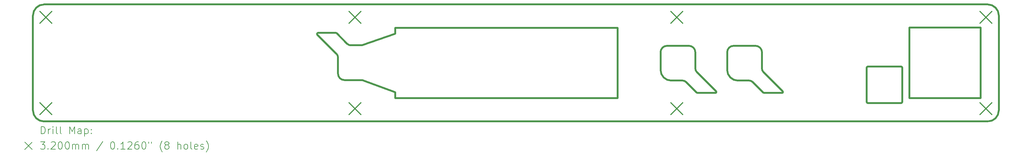
<source format=gbr>
%TF.GenerationSoftware,KiCad,Pcbnew,7.0.2-0*%
%TF.CreationDate,2023-05-18T01:17:25+02:00*%
%TF.ProjectId,LF,4c462e6b-6963-4616-945f-706362585858,rev?*%
%TF.SameCoordinates,PXfd9f08PY7735940*%
%TF.FileFunction,Drillmap*%
%TF.FilePolarity,Positive*%
%FSLAX45Y45*%
G04 Gerber Fmt 4.5, Leading zero omitted, Abs format (unit mm)*
G04 Created by KiCad (PCBNEW 7.0.2-0) date 2023-05-18 01:17:26*
%MOMM*%
%LPD*%
G01*
G04 APERTURE LIST*
%ADD10C,0.500000*%
%ADD11C,0.200000*%
%ADD12C,0.320000*%
G04 APERTURE END LIST*
D10*
X87868Y3111617D02*
G75*
G03*
X-257Y2899743I211226J-212120D01*
G01*
X23739730Y1499730D02*
X22810269Y1499730D01*
X22810269Y500270D02*
X22785260Y525270D01*
X9900000Y2560000D02*
X15980000Y2560000D01*
X8591086Y2121541D02*
G75*
G03*
X8688376Y2081267I96952J96559D01*
G01*
X-257Y299743D02*
X-257Y2899743D01*
X17444641Y1118233D02*
X17753942Y1118233D01*
X19265699Y1118233D02*
X19575000Y1118233D01*
X8997676Y2081267D02*
X8688376Y2081267D01*
X18104965Y1447274D02*
G75*
G03*
X18145236Y1349985I136534J-464D01*
G01*
X17154702Y1893379D02*
X17154702Y1408207D01*
X23764740Y525270D02*
X23764740Y1474730D01*
X26099740Y-257D02*
X299743Y-257D01*
X19926025Y1447274D02*
G75*
G03*
X19966294Y1349985I136563J-454D01*
G01*
X8337347Y1306121D02*
G75*
G03*
X8512504Y1130989I175351J219D01*
G01*
X17239717Y1203272D02*
G75*
G03*
X17444641Y1118233I204741J203948D01*
G01*
X18655110Y779443D02*
G75*
G03*
X18672886Y786815I-12J25147D01*
G01*
X17851230Y1077959D02*
G75*
G03*
X17753941Y1118233I-96952J-96559D01*
G01*
X26311614Y87868D02*
G75*
G03*
X26399740Y299743I-211207J212112D01*
G01*
X22810269Y500270D02*
X23739730Y500270D01*
X18672886Y822368D02*
X18145235Y1349985D01*
X23960000Y2570000D02*
X25900000Y2570000D01*
X17154699Y1408207D02*
G75*
G03*
X17239717Y1203272I289129J-157D01*
G01*
X23960000Y2570000D02*
X23960000Y640000D01*
X18104969Y1893379D02*
G75*
G03*
X17929813Y2068511I-175351J-219D01*
G01*
X18104962Y1447274D02*
X18104962Y1893379D01*
X8512500Y1130980D02*
X9000000Y1130980D01*
X299743Y3199743D02*
X26099740Y3199743D01*
X26399744Y2899743D02*
G75*
G03*
X26311615Y3111618I-298736J7D01*
G01*
X7769424Y2412697D02*
G75*
G03*
X7769427Y2377140I17824J-17777D01*
G01*
X26399740Y2899743D02*
X26399740Y299743D01*
X87869Y87869D02*
G75*
G03*
X299743Y-257I212119J211221D01*
G01*
X18142378Y786817D02*
G75*
G03*
X18160152Y779477I17780J17863D01*
G01*
X22785260Y1474730D02*
X22785260Y525270D01*
X9900000Y2400000D02*
X9900000Y2560000D01*
X18672888Y786813D02*
G75*
G03*
X18672886Y822368I-17860J17777D01*
G01*
X18975761Y1408207D02*
G75*
G03*
X19060776Y1203272I289087J-177D01*
G01*
X7787208Y2420059D02*
G75*
G03*
X7769431Y2412685I10J-25139D01*
G01*
X17929813Y2068511D02*
X17329815Y2068511D01*
X8299938Y2412683D02*
G75*
G03*
X8282164Y2420023I-17780J-17863D01*
G01*
X8997676Y2081267D02*
X9900000Y2400000D01*
X9900000Y640000D02*
X9900000Y800000D01*
X18975760Y1893379D02*
X18975760Y1408207D01*
X18655109Y779442D02*
X18160152Y779477D01*
X19750872Y2068511D02*
X19150874Y2068511D01*
X26311614Y3111617D02*
G75*
G03*
X26099740Y3199742I-212116J-211217D01*
G01*
X8591083Y2121531D02*
X8299938Y2412693D01*
X19926021Y1447274D02*
X19926021Y1893379D01*
X8337355Y1752226D02*
X8337355Y1306121D01*
X19672290Y1077960D02*
X19963435Y786815D01*
X20493946Y786813D02*
G75*
G03*
X20493945Y822368I-17858J17777D01*
G01*
X-257Y299743D02*
G75*
G03*
X87868Y87868I298755J-3D01*
G01*
X15980000Y2560000D02*
X15980000Y640000D01*
X17851231Y1077960D02*
X18142376Y786815D01*
X23739730Y500270D02*
X23764740Y525270D01*
X20493945Y822368D02*
X19966294Y1349985D01*
X8337372Y1752217D02*
G75*
G03*
X8297078Y1849506I-136434J483D01*
G01*
X15980000Y640000D02*
X9900000Y640000D01*
X19672290Y1077960D02*
G75*
G03*
X19575000Y1118233I-96952J-96560D01*
G01*
X25900000Y640000D02*
X23960000Y640000D01*
X22785260Y1474730D02*
X22810269Y1499730D01*
X19926029Y1893379D02*
G75*
G03*
X19750872Y2068511I-175361J-230D01*
G01*
X7769431Y2377132D02*
X8297082Y1849516D01*
X299743Y3199745D02*
G75*
G03*
X87868Y3111618I-5J-298745D01*
G01*
X20476168Y779442D02*
X19981211Y779477D01*
X23764740Y1474730D02*
X23739730Y1499730D01*
X25900000Y2570000D02*
X25900000Y640000D01*
X20476168Y779442D02*
G75*
G03*
X20493945Y786815I0J25118D01*
G01*
X7787208Y2420058D02*
X8282164Y2420024D01*
X19150874Y2068508D02*
G75*
G03*
X18975760Y1893379I204J-175318D01*
G01*
X26099740Y-257D02*
G75*
G03*
X26311615Y87868I-2J298767D01*
G01*
X19963433Y786813D02*
G75*
G03*
X19981211Y779477I17775J17867D01*
G01*
X17329816Y2068506D02*
G75*
G03*
X17154702Y1893379I202J-175316D01*
G01*
X19060777Y1203273D02*
G75*
G03*
X19265699Y1118233I204741J203947D01*
G01*
X9900000Y800000D02*
X9000000Y1130980D01*
D11*
D12*
X190000Y3010000D02*
X510000Y2690000D01*
X510000Y3010000D02*
X190000Y2690000D01*
X190000Y510000D02*
X510000Y190000D01*
X510000Y510000D02*
X190000Y190000D01*
X8640000Y3010000D02*
X8960000Y2690000D01*
X8960000Y3010000D02*
X8640000Y2690000D01*
X8640000Y510000D02*
X8960000Y190000D01*
X8960000Y510000D02*
X8640000Y190000D01*
X17440000Y3010000D02*
X17760000Y2690000D01*
X17760000Y3010000D02*
X17440000Y2690000D01*
X17440000Y512870D02*
X17760000Y192870D01*
X17760000Y512870D02*
X17440000Y192870D01*
X25890000Y3010000D02*
X26210000Y2690000D01*
X26210000Y3010000D02*
X25890000Y2690000D01*
X25890000Y510000D02*
X26210000Y190000D01*
X26210000Y510000D02*
X25890000Y190000D01*
D11*
X222362Y-337781D02*
X222362Y-137781D01*
X222362Y-137781D02*
X269981Y-137781D01*
X269981Y-137781D02*
X298552Y-147305D01*
X298552Y-147305D02*
X317600Y-166352D01*
X317600Y-166352D02*
X327124Y-185400D01*
X327124Y-185400D02*
X336647Y-223495D01*
X336647Y-223495D02*
X336647Y-252066D01*
X336647Y-252066D02*
X327124Y-290162D01*
X327124Y-290162D02*
X317600Y-309209D01*
X317600Y-309209D02*
X298552Y-328257D01*
X298552Y-328257D02*
X269981Y-337781D01*
X269981Y-337781D02*
X222362Y-337781D01*
X422362Y-337781D02*
X422362Y-204447D01*
X422362Y-242543D02*
X431885Y-223495D01*
X431885Y-223495D02*
X441409Y-213971D01*
X441409Y-213971D02*
X460457Y-204447D01*
X460457Y-204447D02*
X479505Y-204447D01*
X546171Y-337781D02*
X546171Y-204447D01*
X546171Y-137781D02*
X536647Y-147305D01*
X536647Y-147305D02*
X546171Y-156828D01*
X546171Y-156828D02*
X555695Y-147305D01*
X555695Y-147305D02*
X546171Y-137781D01*
X546171Y-137781D02*
X546171Y-156828D01*
X669981Y-337781D02*
X650933Y-328257D01*
X650933Y-328257D02*
X641409Y-309209D01*
X641409Y-309209D02*
X641409Y-137781D01*
X774743Y-337781D02*
X755695Y-328257D01*
X755695Y-328257D02*
X746171Y-309209D01*
X746171Y-309209D02*
X746171Y-137781D01*
X1003314Y-337781D02*
X1003314Y-137781D01*
X1003314Y-137781D02*
X1069981Y-280638D01*
X1069981Y-280638D02*
X1136647Y-137781D01*
X1136647Y-137781D02*
X1136647Y-337781D01*
X1317600Y-337781D02*
X1317600Y-233019D01*
X1317600Y-233019D02*
X1308076Y-213971D01*
X1308076Y-213971D02*
X1289028Y-204447D01*
X1289028Y-204447D02*
X1250933Y-204447D01*
X1250933Y-204447D02*
X1231886Y-213971D01*
X1317600Y-328257D02*
X1298552Y-337781D01*
X1298552Y-337781D02*
X1250933Y-337781D01*
X1250933Y-337781D02*
X1231886Y-328257D01*
X1231886Y-328257D02*
X1222362Y-309209D01*
X1222362Y-309209D02*
X1222362Y-290162D01*
X1222362Y-290162D02*
X1231886Y-271114D01*
X1231886Y-271114D02*
X1250933Y-261590D01*
X1250933Y-261590D02*
X1298552Y-261590D01*
X1298552Y-261590D02*
X1317600Y-252066D01*
X1412838Y-204447D02*
X1412838Y-404447D01*
X1412838Y-213971D02*
X1431885Y-204447D01*
X1431885Y-204447D02*
X1469981Y-204447D01*
X1469981Y-204447D02*
X1489028Y-213971D01*
X1489028Y-213971D02*
X1498552Y-223495D01*
X1498552Y-223495D02*
X1508076Y-242543D01*
X1508076Y-242543D02*
X1508076Y-299686D01*
X1508076Y-299686D02*
X1498552Y-318733D01*
X1498552Y-318733D02*
X1489028Y-328257D01*
X1489028Y-328257D02*
X1469981Y-337781D01*
X1469981Y-337781D02*
X1431885Y-337781D01*
X1431885Y-337781D02*
X1412838Y-328257D01*
X1593790Y-318733D02*
X1603314Y-328257D01*
X1603314Y-328257D02*
X1593790Y-337781D01*
X1593790Y-337781D02*
X1584266Y-328257D01*
X1584266Y-328257D02*
X1593790Y-318733D01*
X1593790Y-318733D02*
X1593790Y-337781D01*
X1593790Y-213971D02*
X1603314Y-223495D01*
X1603314Y-223495D02*
X1593790Y-233019D01*
X1593790Y-233019D02*
X1584266Y-223495D01*
X1584266Y-223495D02*
X1593790Y-213971D01*
X1593790Y-213971D02*
X1593790Y-233019D01*
X-225257Y-565257D02*
X-25257Y-765257D01*
X-25257Y-565257D02*
X-225257Y-765257D01*
X203314Y-557781D02*
X327124Y-557781D01*
X327124Y-557781D02*
X260457Y-633971D01*
X260457Y-633971D02*
X289028Y-633971D01*
X289028Y-633971D02*
X308076Y-643495D01*
X308076Y-643495D02*
X317600Y-653019D01*
X317600Y-653019D02*
X327124Y-672067D01*
X327124Y-672067D02*
X327124Y-719685D01*
X327124Y-719685D02*
X317600Y-738733D01*
X317600Y-738733D02*
X308076Y-748257D01*
X308076Y-748257D02*
X289028Y-757781D01*
X289028Y-757781D02*
X231885Y-757781D01*
X231885Y-757781D02*
X212838Y-748257D01*
X212838Y-748257D02*
X203314Y-738733D01*
X412838Y-738733D02*
X422362Y-748257D01*
X422362Y-748257D02*
X412838Y-757781D01*
X412838Y-757781D02*
X403314Y-748257D01*
X403314Y-748257D02*
X412838Y-738733D01*
X412838Y-738733D02*
X412838Y-757781D01*
X498552Y-576828D02*
X508076Y-567305D01*
X508076Y-567305D02*
X527124Y-557781D01*
X527124Y-557781D02*
X574743Y-557781D01*
X574743Y-557781D02*
X593790Y-567305D01*
X593790Y-567305D02*
X603314Y-576828D01*
X603314Y-576828D02*
X612838Y-595876D01*
X612838Y-595876D02*
X612838Y-614924D01*
X612838Y-614924D02*
X603314Y-643495D01*
X603314Y-643495D02*
X489028Y-757781D01*
X489028Y-757781D02*
X612838Y-757781D01*
X736647Y-557781D02*
X755695Y-557781D01*
X755695Y-557781D02*
X774743Y-567305D01*
X774743Y-567305D02*
X784266Y-576828D01*
X784266Y-576828D02*
X793790Y-595876D01*
X793790Y-595876D02*
X803314Y-633971D01*
X803314Y-633971D02*
X803314Y-681590D01*
X803314Y-681590D02*
X793790Y-719685D01*
X793790Y-719685D02*
X784266Y-738733D01*
X784266Y-738733D02*
X774743Y-748257D01*
X774743Y-748257D02*
X755695Y-757781D01*
X755695Y-757781D02*
X736647Y-757781D01*
X736647Y-757781D02*
X717600Y-748257D01*
X717600Y-748257D02*
X708076Y-738733D01*
X708076Y-738733D02*
X698552Y-719685D01*
X698552Y-719685D02*
X689028Y-681590D01*
X689028Y-681590D02*
X689028Y-633971D01*
X689028Y-633971D02*
X698552Y-595876D01*
X698552Y-595876D02*
X708076Y-576828D01*
X708076Y-576828D02*
X717600Y-567305D01*
X717600Y-567305D02*
X736647Y-557781D01*
X927124Y-557781D02*
X946171Y-557781D01*
X946171Y-557781D02*
X965219Y-567305D01*
X965219Y-567305D02*
X974743Y-576828D01*
X974743Y-576828D02*
X984266Y-595876D01*
X984266Y-595876D02*
X993790Y-633971D01*
X993790Y-633971D02*
X993790Y-681590D01*
X993790Y-681590D02*
X984266Y-719685D01*
X984266Y-719685D02*
X974743Y-738733D01*
X974743Y-738733D02*
X965219Y-748257D01*
X965219Y-748257D02*
X946171Y-757781D01*
X946171Y-757781D02*
X927124Y-757781D01*
X927124Y-757781D02*
X908076Y-748257D01*
X908076Y-748257D02*
X898552Y-738733D01*
X898552Y-738733D02*
X889028Y-719685D01*
X889028Y-719685D02*
X879505Y-681590D01*
X879505Y-681590D02*
X879505Y-633971D01*
X879505Y-633971D02*
X889028Y-595876D01*
X889028Y-595876D02*
X898552Y-576828D01*
X898552Y-576828D02*
X908076Y-567305D01*
X908076Y-567305D02*
X927124Y-557781D01*
X1079505Y-757781D02*
X1079505Y-624447D01*
X1079505Y-643495D02*
X1089028Y-633971D01*
X1089028Y-633971D02*
X1108076Y-624447D01*
X1108076Y-624447D02*
X1136648Y-624447D01*
X1136648Y-624447D02*
X1155695Y-633971D01*
X1155695Y-633971D02*
X1165219Y-653019D01*
X1165219Y-653019D02*
X1165219Y-757781D01*
X1165219Y-653019D02*
X1174743Y-633971D01*
X1174743Y-633971D02*
X1193790Y-624447D01*
X1193790Y-624447D02*
X1222362Y-624447D01*
X1222362Y-624447D02*
X1241409Y-633971D01*
X1241409Y-633971D02*
X1250933Y-653019D01*
X1250933Y-653019D02*
X1250933Y-757781D01*
X1346171Y-757781D02*
X1346171Y-624447D01*
X1346171Y-643495D02*
X1355695Y-633971D01*
X1355695Y-633971D02*
X1374743Y-624447D01*
X1374743Y-624447D02*
X1403314Y-624447D01*
X1403314Y-624447D02*
X1422362Y-633971D01*
X1422362Y-633971D02*
X1431886Y-653019D01*
X1431886Y-653019D02*
X1431886Y-757781D01*
X1431886Y-653019D02*
X1441409Y-633971D01*
X1441409Y-633971D02*
X1460457Y-624447D01*
X1460457Y-624447D02*
X1489028Y-624447D01*
X1489028Y-624447D02*
X1508076Y-633971D01*
X1508076Y-633971D02*
X1517600Y-653019D01*
X1517600Y-653019D02*
X1517600Y-757781D01*
X1908076Y-548257D02*
X1736648Y-805400D01*
X2165219Y-557781D02*
X2184267Y-557781D01*
X2184267Y-557781D02*
X2203314Y-567305D01*
X2203314Y-567305D02*
X2212838Y-576828D01*
X2212838Y-576828D02*
X2222362Y-595876D01*
X2222362Y-595876D02*
X2231886Y-633971D01*
X2231886Y-633971D02*
X2231886Y-681590D01*
X2231886Y-681590D02*
X2222362Y-719685D01*
X2222362Y-719685D02*
X2212838Y-738733D01*
X2212838Y-738733D02*
X2203314Y-748257D01*
X2203314Y-748257D02*
X2184267Y-757781D01*
X2184267Y-757781D02*
X2165219Y-757781D01*
X2165219Y-757781D02*
X2146171Y-748257D01*
X2146171Y-748257D02*
X2136648Y-738733D01*
X2136648Y-738733D02*
X2127124Y-719685D01*
X2127124Y-719685D02*
X2117600Y-681590D01*
X2117600Y-681590D02*
X2117600Y-633971D01*
X2117600Y-633971D02*
X2127124Y-595876D01*
X2127124Y-595876D02*
X2136648Y-576828D01*
X2136648Y-576828D02*
X2146171Y-567305D01*
X2146171Y-567305D02*
X2165219Y-557781D01*
X2317600Y-738733D02*
X2327124Y-748257D01*
X2327124Y-748257D02*
X2317600Y-757781D01*
X2317600Y-757781D02*
X2308076Y-748257D01*
X2308076Y-748257D02*
X2317600Y-738733D01*
X2317600Y-738733D02*
X2317600Y-757781D01*
X2517600Y-757781D02*
X2403314Y-757781D01*
X2460457Y-757781D02*
X2460457Y-557781D01*
X2460457Y-557781D02*
X2441410Y-586352D01*
X2441410Y-586352D02*
X2422362Y-605400D01*
X2422362Y-605400D02*
X2403314Y-614924D01*
X2593791Y-576828D02*
X2603314Y-567305D01*
X2603314Y-567305D02*
X2622362Y-557781D01*
X2622362Y-557781D02*
X2669981Y-557781D01*
X2669981Y-557781D02*
X2689029Y-567305D01*
X2689029Y-567305D02*
X2698552Y-576828D01*
X2698552Y-576828D02*
X2708076Y-595876D01*
X2708076Y-595876D02*
X2708076Y-614924D01*
X2708076Y-614924D02*
X2698552Y-643495D01*
X2698552Y-643495D02*
X2584267Y-757781D01*
X2584267Y-757781D02*
X2708076Y-757781D01*
X2879505Y-557781D02*
X2841409Y-557781D01*
X2841409Y-557781D02*
X2822362Y-567305D01*
X2822362Y-567305D02*
X2812838Y-576828D01*
X2812838Y-576828D02*
X2793791Y-605400D01*
X2793791Y-605400D02*
X2784267Y-643495D01*
X2784267Y-643495D02*
X2784267Y-719685D01*
X2784267Y-719685D02*
X2793791Y-738733D01*
X2793791Y-738733D02*
X2803314Y-748257D01*
X2803314Y-748257D02*
X2822362Y-757781D01*
X2822362Y-757781D02*
X2860457Y-757781D01*
X2860457Y-757781D02*
X2879505Y-748257D01*
X2879505Y-748257D02*
X2889029Y-738733D01*
X2889029Y-738733D02*
X2898552Y-719685D01*
X2898552Y-719685D02*
X2898552Y-672067D01*
X2898552Y-672067D02*
X2889029Y-653019D01*
X2889029Y-653019D02*
X2879505Y-643495D01*
X2879505Y-643495D02*
X2860457Y-633971D01*
X2860457Y-633971D02*
X2822362Y-633971D01*
X2822362Y-633971D02*
X2803314Y-643495D01*
X2803314Y-643495D02*
X2793791Y-653019D01*
X2793791Y-653019D02*
X2784267Y-672067D01*
X3022362Y-557781D02*
X3041410Y-557781D01*
X3041410Y-557781D02*
X3060457Y-567305D01*
X3060457Y-567305D02*
X3069981Y-576828D01*
X3069981Y-576828D02*
X3079505Y-595876D01*
X3079505Y-595876D02*
X3089029Y-633971D01*
X3089029Y-633971D02*
X3089029Y-681590D01*
X3089029Y-681590D02*
X3079505Y-719685D01*
X3079505Y-719685D02*
X3069981Y-738733D01*
X3069981Y-738733D02*
X3060457Y-748257D01*
X3060457Y-748257D02*
X3041410Y-757781D01*
X3041410Y-757781D02*
X3022362Y-757781D01*
X3022362Y-757781D02*
X3003314Y-748257D01*
X3003314Y-748257D02*
X2993790Y-738733D01*
X2993790Y-738733D02*
X2984267Y-719685D01*
X2984267Y-719685D02*
X2974743Y-681590D01*
X2974743Y-681590D02*
X2974743Y-633971D01*
X2974743Y-633971D02*
X2984267Y-595876D01*
X2984267Y-595876D02*
X2993790Y-576828D01*
X2993790Y-576828D02*
X3003314Y-567305D01*
X3003314Y-567305D02*
X3022362Y-557781D01*
X3165219Y-557781D02*
X3165219Y-595876D01*
X3241410Y-557781D02*
X3241410Y-595876D01*
X3536648Y-833971D02*
X3527124Y-824447D01*
X3527124Y-824447D02*
X3508076Y-795876D01*
X3508076Y-795876D02*
X3498552Y-776828D01*
X3498552Y-776828D02*
X3489029Y-748257D01*
X3489029Y-748257D02*
X3479505Y-700638D01*
X3479505Y-700638D02*
X3479505Y-662543D01*
X3479505Y-662543D02*
X3489029Y-614924D01*
X3489029Y-614924D02*
X3498552Y-586352D01*
X3498552Y-586352D02*
X3508076Y-567305D01*
X3508076Y-567305D02*
X3527124Y-538733D01*
X3527124Y-538733D02*
X3536648Y-529209D01*
X3641410Y-643495D02*
X3622362Y-633971D01*
X3622362Y-633971D02*
X3612838Y-624447D01*
X3612838Y-624447D02*
X3603314Y-605400D01*
X3603314Y-605400D02*
X3603314Y-595876D01*
X3603314Y-595876D02*
X3612838Y-576828D01*
X3612838Y-576828D02*
X3622362Y-567305D01*
X3622362Y-567305D02*
X3641410Y-557781D01*
X3641410Y-557781D02*
X3679505Y-557781D01*
X3679505Y-557781D02*
X3698552Y-567305D01*
X3698552Y-567305D02*
X3708076Y-576828D01*
X3708076Y-576828D02*
X3717600Y-595876D01*
X3717600Y-595876D02*
X3717600Y-605400D01*
X3717600Y-605400D02*
X3708076Y-624447D01*
X3708076Y-624447D02*
X3698552Y-633971D01*
X3698552Y-633971D02*
X3679505Y-643495D01*
X3679505Y-643495D02*
X3641410Y-643495D01*
X3641410Y-643495D02*
X3622362Y-653019D01*
X3622362Y-653019D02*
X3612838Y-662543D01*
X3612838Y-662543D02*
X3603314Y-681590D01*
X3603314Y-681590D02*
X3603314Y-719685D01*
X3603314Y-719685D02*
X3612838Y-738733D01*
X3612838Y-738733D02*
X3622362Y-748257D01*
X3622362Y-748257D02*
X3641410Y-757781D01*
X3641410Y-757781D02*
X3679505Y-757781D01*
X3679505Y-757781D02*
X3698552Y-748257D01*
X3698552Y-748257D02*
X3708076Y-738733D01*
X3708076Y-738733D02*
X3717600Y-719685D01*
X3717600Y-719685D02*
X3717600Y-681590D01*
X3717600Y-681590D02*
X3708076Y-662543D01*
X3708076Y-662543D02*
X3698552Y-653019D01*
X3698552Y-653019D02*
X3679505Y-643495D01*
X3955695Y-757781D02*
X3955695Y-557781D01*
X4041410Y-757781D02*
X4041410Y-653019D01*
X4041410Y-653019D02*
X4031886Y-633971D01*
X4031886Y-633971D02*
X4012838Y-624447D01*
X4012838Y-624447D02*
X3984267Y-624447D01*
X3984267Y-624447D02*
X3965219Y-633971D01*
X3965219Y-633971D02*
X3955695Y-643495D01*
X4165219Y-757781D02*
X4146172Y-748257D01*
X4146172Y-748257D02*
X4136648Y-738733D01*
X4136648Y-738733D02*
X4127124Y-719685D01*
X4127124Y-719685D02*
X4127124Y-662543D01*
X4127124Y-662543D02*
X4136648Y-643495D01*
X4136648Y-643495D02*
X4146172Y-633971D01*
X4146172Y-633971D02*
X4165219Y-624447D01*
X4165219Y-624447D02*
X4193791Y-624447D01*
X4193791Y-624447D02*
X4212838Y-633971D01*
X4212838Y-633971D02*
X4222362Y-643495D01*
X4222362Y-643495D02*
X4231886Y-662543D01*
X4231886Y-662543D02*
X4231886Y-719685D01*
X4231886Y-719685D02*
X4222362Y-738733D01*
X4222362Y-738733D02*
X4212838Y-748257D01*
X4212838Y-748257D02*
X4193791Y-757781D01*
X4193791Y-757781D02*
X4165219Y-757781D01*
X4346172Y-757781D02*
X4327124Y-748257D01*
X4327124Y-748257D02*
X4317600Y-729209D01*
X4317600Y-729209D02*
X4317600Y-557781D01*
X4498553Y-748257D02*
X4479505Y-757781D01*
X4479505Y-757781D02*
X4441410Y-757781D01*
X4441410Y-757781D02*
X4422362Y-748257D01*
X4422362Y-748257D02*
X4412838Y-729209D01*
X4412838Y-729209D02*
X4412838Y-653019D01*
X4412838Y-653019D02*
X4422362Y-633971D01*
X4422362Y-633971D02*
X4441410Y-624447D01*
X4441410Y-624447D02*
X4479505Y-624447D01*
X4479505Y-624447D02*
X4498553Y-633971D01*
X4498553Y-633971D02*
X4508076Y-653019D01*
X4508076Y-653019D02*
X4508076Y-672067D01*
X4508076Y-672067D02*
X4412838Y-691114D01*
X4584267Y-748257D02*
X4603315Y-757781D01*
X4603315Y-757781D02*
X4641410Y-757781D01*
X4641410Y-757781D02*
X4660457Y-748257D01*
X4660457Y-748257D02*
X4669981Y-729209D01*
X4669981Y-729209D02*
X4669981Y-719685D01*
X4669981Y-719685D02*
X4660457Y-700638D01*
X4660457Y-700638D02*
X4641410Y-691114D01*
X4641410Y-691114D02*
X4612838Y-691114D01*
X4612838Y-691114D02*
X4593791Y-681590D01*
X4593791Y-681590D02*
X4584267Y-662543D01*
X4584267Y-662543D02*
X4584267Y-653019D01*
X4584267Y-653019D02*
X4593791Y-633971D01*
X4593791Y-633971D02*
X4612838Y-624447D01*
X4612838Y-624447D02*
X4641410Y-624447D01*
X4641410Y-624447D02*
X4660457Y-633971D01*
X4736648Y-833971D02*
X4746172Y-824447D01*
X4746172Y-824447D02*
X4765219Y-795876D01*
X4765219Y-795876D02*
X4774743Y-776828D01*
X4774743Y-776828D02*
X4784267Y-748257D01*
X4784267Y-748257D02*
X4793791Y-700638D01*
X4793791Y-700638D02*
X4793791Y-662543D01*
X4793791Y-662543D02*
X4784267Y-614924D01*
X4784267Y-614924D02*
X4774743Y-586352D01*
X4774743Y-586352D02*
X4765219Y-567305D01*
X4765219Y-567305D02*
X4746172Y-538733D01*
X4746172Y-538733D02*
X4736648Y-529209D01*
M02*

</source>
